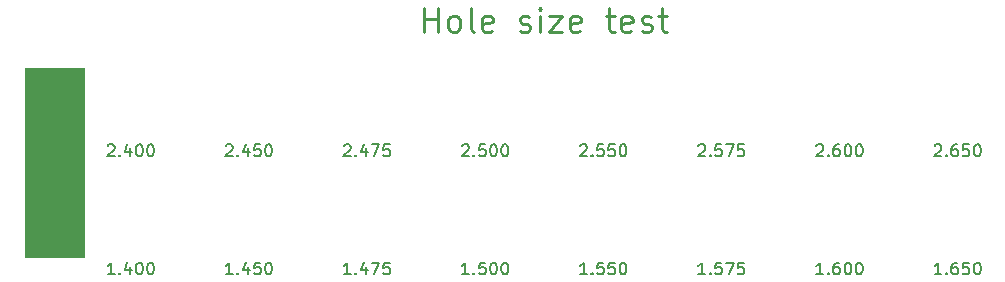
<source format=gto>
G04 #@! TF.GenerationSoftware,KiCad,Pcbnew,5.1.9+dfsg1-1+deb11u1*
G04 #@! TF.CreationDate,2023-07-17T20:14:54+09:00*
G04 #@! TF.ProjectId,hole-size-test,686f6c65-2d73-4697-9a65-2d746573742e,rev?*
G04 #@! TF.SameCoordinates,Original*
G04 #@! TF.FileFunction,Legend,Top*
G04 #@! TF.FilePolarity,Positive*
%FSLAX46Y46*%
G04 Gerber Fmt 4.6, Leading zero omitted, Abs format (unit mm)*
G04 Created by KiCad (PCBNEW 5.1.9+dfsg1-1+deb11u1) date 2023-07-17 20:14:54*
%MOMM*%
%LPD*%
G01*
G04 APERTURE LIST*
%ADD10C,0.150000*%
%ADD11C,0.250000*%
%ADD12C,0.100000*%
G04 APERTURE END LIST*
D10*
X98047619Y-84547619D02*
X98095238Y-84500000D01*
X98190476Y-84452380D01*
X98428571Y-84452380D01*
X98523809Y-84500000D01*
X98571428Y-84547619D01*
X98619047Y-84642857D01*
X98619047Y-84738095D01*
X98571428Y-84880952D01*
X98000000Y-85452380D01*
X98619047Y-85452380D01*
X99047619Y-85357142D02*
X99095238Y-85404761D01*
X99047619Y-85452380D01*
X99000000Y-85404761D01*
X99047619Y-85357142D01*
X99047619Y-85452380D01*
X99952380Y-84785714D02*
X99952380Y-85452380D01*
X99714285Y-84404761D02*
X99476190Y-85119047D01*
X100095238Y-85119047D01*
X100380952Y-84452380D02*
X101047619Y-84452380D01*
X100619047Y-85452380D01*
X101904761Y-84452380D02*
X101428571Y-84452380D01*
X101380952Y-84928571D01*
X101428571Y-84880952D01*
X101523809Y-84833333D01*
X101761904Y-84833333D01*
X101857142Y-84880952D01*
X101904761Y-84928571D01*
X101952380Y-85023809D01*
X101952380Y-85261904D01*
X101904761Y-85357142D01*
X101857142Y-85404761D01*
X101761904Y-85452380D01*
X101523809Y-85452380D01*
X101428571Y-85404761D01*
X101380952Y-85357142D01*
X88047619Y-84547619D02*
X88095238Y-84500000D01*
X88190476Y-84452380D01*
X88428571Y-84452380D01*
X88523809Y-84500000D01*
X88571428Y-84547619D01*
X88619047Y-84642857D01*
X88619047Y-84738095D01*
X88571428Y-84880952D01*
X88000000Y-85452380D01*
X88619047Y-85452380D01*
X89047619Y-85357142D02*
X89095238Y-85404761D01*
X89047619Y-85452380D01*
X89000000Y-85404761D01*
X89047619Y-85357142D01*
X89047619Y-85452380D01*
X89952380Y-84785714D02*
X89952380Y-85452380D01*
X89714285Y-84404761D02*
X89476190Y-85119047D01*
X90095238Y-85119047D01*
X90952380Y-84452380D02*
X90476190Y-84452380D01*
X90428571Y-84928571D01*
X90476190Y-84880952D01*
X90571428Y-84833333D01*
X90809523Y-84833333D01*
X90904761Y-84880952D01*
X90952380Y-84928571D01*
X91000000Y-85023809D01*
X91000000Y-85261904D01*
X90952380Y-85357142D01*
X90904761Y-85404761D01*
X90809523Y-85452380D01*
X90571428Y-85452380D01*
X90476190Y-85404761D01*
X90428571Y-85357142D01*
X91619047Y-84452380D02*
X91714285Y-84452380D01*
X91809523Y-84500000D01*
X91857142Y-84547619D01*
X91904761Y-84642857D01*
X91952380Y-84833333D01*
X91952380Y-85071428D01*
X91904761Y-85261904D01*
X91857142Y-85357142D01*
X91809523Y-85404761D01*
X91714285Y-85452380D01*
X91619047Y-85452380D01*
X91523809Y-85404761D01*
X91476190Y-85357142D01*
X91428571Y-85261904D01*
X91380952Y-85071428D01*
X91380952Y-84833333D01*
X91428571Y-84642857D01*
X91476190Y-84547619D01*
X91523809Y-84500000D01*
X91619047Y-84452380D01*
X78047619Y-84547619D02*
X78095238Y-84500000D01*
X78190476Y-84452380D01*
X78428571Y-84452380D01*
X78523809Y-84500000D01*
X78571428Y-84547619D01*
X78619047Y-84642857D01*
X78619047Y-84738095D01*
X78571428Y-84880952D01*
X78000000Y-85452380D01*
X78619047Y-85452380D01*
X79047619Y-85357142D02*
X79095238Y-85404761D01*
X79047619Y-85452380D01*
X79000000Y-85404761D01*
X79047619Y-85357142D01*
X79047619Y-85452380D01*
X79952380Y-84785714D02*
X79952380Y-85452380D01*
X79714285Y-84404761D02*
X79476190Y-85119047D01*
X80095238Y-85119047D01*
X80666666Y-84452380D02*
X80761904Y-84452380D01*
X80857142Y-84500000D01*
X80904761Y-84547619D01*
X80952380Y-84642857D01*
X81000000Y-84833333D01*
X81000000Y-85071428D01*
X80952380Y-85261904D01*
X80904761Y-85357142D01*
X80857142Y-85404761D01*
X80761904Y-85452380D01*
X80666666Y-85452380D01*
X80571428Y-85404761D01*
X80523809Y-85357142D01*
X80476190Y-85261904D01*
X80428571Y-85071428D01*
X80428571Y-84833333D01*
X80476190Y-84642857D01*
X80523809Y-84547619D01*
X80571428Y-84500000D01*
X80666666Y-84452380D01*
X81619047Y-84452380D02*
X81714285Y-84452380D01*
X81809523Y-84500000D01*
X81857142Y-84547619D01*
X81904761Y-84642857D01*
X81952380Y-84833333D01*
X81952380Y-85071428D01*
X81904761Y-85261904D01*
X81857142Y-85357142D01*
X81809523Y-85404761D01*
X81714285Y-85452380D01*
X81619047Y-85452380D01*
X81523809Y-85404761D01*
X81476190Y-85357142D01*
X81428571Y-85261904D01*
X81380952Y-85071428D01*
X81380952Y-84833333D01*
X81428571Y-84642857D01*
X81476190Y-84547619D01*
X81523809Y-84500000D01*
X81619047Y-84452380D01*
X148047619Y-84547619D02*
X148095238Y-84500000D01*
X148190476Y-84452380D01*
X148428571Y-84452380D01*
X148523809Y-84500000D01*
X148571428Y-84547619D01*
X148619047Y-84642857D01*
X148619047Y-84738095D01*
X148571428Y-84880952D01*
X148000000Y-85452380D01*
X148619047Y-85452380D01*
X149047619Y-85357142D02*
X149095238Y-85404761D01*
X149047619Y-85452380D01*
X149000000Y-85404761D01*
X149047619Y-85357142D01*
X149047619Y-85452380D01*
X149952380Y-84452380D02*
X149761904Y-84452380D01*
X149666666Y-84500000D01*
X149619047Y-84547619D01*
X149523809Y-84690476D01*
X149476190Y-84880952D01*
X149476190Y-85261904D01*
X149523809Y-85357142D01*
X149571428Y-85404761D01*
X149666666Y-85452380D01*
X149857142Y-85452380D01*
X149952380Y-85404761D01*
X150000000Y-85357142D01*
X150047619Y-85261904D01*
X150047619Y-85023809D01*
X150000000Y-84928571D01*
X149952380Y-84880952D01*
X149857142Y-84833333D01*
X149666666Y-84833333D01*
X149571428Y-84880952D01*
X149523809Y-84928571D01*
X149476190Y-85023809D01*
X150952380Y-84452380D02*
X150476190Y-84452380D01*
X150428571Y-84928571D01*
X150476190Y-84880952D01*
X150571428Y-84833333D01*
X150809523Y-84833333D01*
X150904761Y-84880952D01*
X150952380Y-84928571D01*
X151000000Y-85023809D01*
X151000000Y-85261904D01*
X150952380Y-85357142D01*
X150904761Y-85404761D01*
X150809523Y-85452380D01*
X150571428Y-85452380D01*
X150476190Y-85404761D01*
X150428571Y-85357142D01*
X151619047Y-84452380D02*
X151714285Y-84452380D01*
X151809523Y-84500000D01*
X151857142Y-84547619D01*
X151904761Y-84642857D01*
X151952380Y-84833333D01*
X151952380Y-85071428D01*
X151904761Y-85261904D01*
X151857142Y-85357142D01*
X151809523Y-85404761D01*
X151714285Y-85452380D01*
X151619047Y-85452380D01*
X151523809Y-85404761D01*
X151476190Y-85357142D01*
X151428571Y-85261904D01*
X151380952Y-85071428D01*
X151380952Y-84833333D01*
X151428571Y-84642857D01*
X151476190Y-84547619D01*
X151523809Y-84500000D01*
X151619047Y-84452380D01*
X138619047Y-95452380D02*
X138047619Y-95452380D01*
X138333333Y-95452380D02*
X138333333Y-94452380D01*
X138238095Y-94595238D01*
X138142857Y-94690476D01*
X138047619Y-94738095D01*
X139047619Y-95357142D02*
X139095238Y-95404761D01*
X139047619Y-95452380D01*
X139000000Y-95404761D01*
X139047619Y-95357142D01*
X139047619Y-95452380D01*
X139952380Y-94452380D02*
X139761904Y-94452380D01*
X139666666Y-94500000D01*
X139619047Y-94547619D01*
X139523809Y-94690476D01*
X139476190Y-94880952D01*
X139476190Y-95261904D01*
X139523809Y-95357142D01*
X139571428Y-95404761D01*
X139666666Y-95452380D01*
X139857142Y-95452380D01*
X139952380Y-95404761D01*
X140000000Y-95357142D01*
X140047619Y-95261904D01*
X140047619Y-95023809D01*
X140000000Y-94928571D01*
X139952380Y-94880952D01*
X139857142Y-94833333D01*
X139666666Y-94833333D01*
X139571428Y-94880952D01*
X139523809Y-94928571D01*
X139476190Y-95023809D01*
X140666666Y-94452380D02*
X140761904Y-94452380D01*
X140857142Y-94500000D01*
X140904761Y-94547619D01*
X140952380Y-94642857D01*
X141000000Y-94833333D01*
X141000000Y-95071428D01*
X140952380Y-95261904D01*
X140904761Y-95357142D01*
X140857142Y-95404761D01*
X140761904Y-95452380D01*
X140666666Y-95452380D01*
X140571428Y-95404761D01*
X140523809Y-95357142D01*
X140476190Y-95261904D01*
X140428571Y-95071428D01*
X140428571Y-94833333D01*
X140476190Y-94642857D01*
X140523809Y-94547619D01*
X140571428Y-94500000D01*
X140666666Y-94452380D01*
X141619047Y-94452380D02*
X141714285Y-94452380D01*
X141809523Y-94500000D01*
X141857142Y-94547619D01*
X141904761Y-94642857D01*
X141952380Y-94833333D01*
X141952380Y-95071428D01*
X141904761Y-95261904D01*
X141857142Y-95357142D01*
X141809523Y-95404761D01*
X141714285Y-95452380D01*
X141619047Y-95452380D01*
X141523809Y-95404761D01*
X141476190Y-95357142D01*
X141428571Y-95261904D01*
X141380952Y-95071428D01*
X141380952Y-94833333D01*
X141428571Y-94642857D01*
X141476190Y-94547619D01*
X141523809Y-94500000D01*
X141619047Y-94452380D01*
X118619047Y-95452380D02*
X118047619Y-95452380D01*
X118333333Y-95452380D02*
X118333333Y-94452380D01*
X118238095Y-94595238D01*
X118142857Y-94690476D01*
X118047619Y-94738095D01*
X119047619Y-95357142D02*
X119095238Y-95404761D01*
X119047619Y-95452380D01*
X119000000Y-95404761D01*
X119047619Y-95357142D01*
X119047619Y-95452380D01*
X120000000Y-94452380D02*
X119523809Y-94452380D01*
X119476190Y-94928571D01*
X119523809Y-94880952D01*
X119619047Y-94833333D01*
X119857142Y-94833333D01*
X119952380Y-94880952D01*
X120000000Y-94928571D01*
X120047619Y-95023809D01*
X120047619Y-95261904D01*
X120000000Y-95357142D01*
X119952380Y-95404761D01*
X119857142Y-95452380D01*
X119619047Y-95452380D01*
X119523809Y-95404761D01*
X119476190Y-95357142D01*
X120952380Y-94452380D02*
X120476190Y-94452380D01*
X120428571Y-94928571D01*
X120476190Y-94880952D01*
X120571428Y-94833333D01*
X120809523Y-94833333D01*
X120904761Y-94880952D01*
X120952380Y-94928571D01*
X121000000Y-95023809D01*
X121000000Y-95261904D01*
X120952380Y-95357142D01*
X120904761Y-95404761D01*
X120809523Y-95452380D01*
X120571428Y-95452380D01*
X120476190Y-95404761D01*
X120428571Y-95357142D01*
X121619047Y-94452380D02*
X121714285Y-94452380D01*
X121809523Y-94500000D01*
X121857142Y-94547619D01*
X121904761Y-94642857D01*
X121952380Y-94833333D01*
X121952380Y-95071428D01*
X121904761Y-95261904D01*
X121857142Y-95357142D01*
X121809523Y-95404761D01*
X121714285Y-95452380D01*
X121619047Y-95452380D01*
X121523809Y-95404761D01*
X121476190Y-95357142D01*
X121428571Y-95261904D01*
X121380952Y-95071428D01*
X121380952Y-94833333D01*
X121428571Y-94642857D01*
X121476190Y-94547619D01*
X121523809Y-94500000D01*
X121619047Y-94452380D01*
X108619047Y-95452380D02*
X108047619Y-95452380D01*
X108333333Y-95452380D02*
X108333333Y-94452380D01*
X108238095Y-94595238D01*
X108142857Y-94690476D01*
X108047619Y-94738095D01*
X109047619Y-95357142D02*
X109095238Y-95404761D01*
X109047619Y-95452380D01*
X109000000Y-95404761D01*
X109047619Y-95357142D01*
X109047619Y-95452380D01*
X110000000Y-94452380D02*
X109523809Y-94452380D01*
X109476190Y-94928571D01*
X109523809Y-94880952D01*
X109619047Y-94833333D01*
X109857142Y-94833333D01*
X109952380Y-94880952D01*
X110000000Y-94928571D01*
X110047619Y-95023809D01*
X110047619Y-95261904D01*
X110000000Y-95357142D01*
X109952380Y-95404761D01*
X109857142Y-95452380D01*
X109619047Y-95452380D01*
X109523809Y-95404761D01*
X109476190Y-95357142D01*
X110666666Y-94452380D02*
X110761904Y-94452380D01*
X110857142Y-94500000D01*
X110904761Y-94547619D01*
X110952380Y-94642857D01*
X111000000Y-94833333D01*
X111000000Y-95071428D01*
X110952380Y-95261904D01*
X110904761Y-95357142D01*
X110857142Y-95404761D01*
X110761904Y-95452380D01*
X110666666Y-95452380D01*
X110571428Y-95404761D01*
X110523809Y-95357142D01*
X110476190Y-95261904D01*
X110428571Y-95071428D01*
X110428571Y-94833333D01*
X110476190Y-94642857D01*
X110523809Y-94547619D01*
X110571428Y-94500000D01*
X110666666Y-94452380D01*
X111619047Y-94452380D02*
X111714285Y-94452380D01*
X111809523Y-94500000D01*
X111857142Y-94547619D01*
X111904761Y-94642857D01*
X111952380Y-94833333D01*
X111952380Y-95071428D01*
X111904761Y-95261904D01*
X111857142Y-95357142D01*
X111809523Y-95404761D01*
X111714285Y-95452380D01*
X111619047Y-95452380D01*
X111523809Y-95404761D01*
X111476190Y-95357142D01*
X111428571Y-95261904D01*
X111380952Y-95071428D01*
X111380952Y-94833333D01*
X111428571Y-94642857D01*
X111476190Y-94547619D01*
X111523809Y-94500000D01*
X111619047Y-94452380D01*
X98619047Y-95452380D02*
X98047619Y-95452380D01*
X98333333Y-95452380D02*
X98333333Y-94452380D01*
X98238095Y-94595238D01*
X98142857Y-94690476D01*
X98047619Y-94738095D01*
X99047619Y-95357142D02*
X99095238Y-95404761D01*
X99047619Y-95452380D01*
X99000000Y-95404761D01*
X99047619Y-95357142D01*
X99047619Y-95452380D01*
X99952380Y-94785714D02*
X99952380Y-95452380D01*
X99714285Y-94404761D02*
X99476190Y-95119047D01*
X100095238Y-95119047D01*
X100380952Y-94452380D02*
X101047619Y-94452380D01*
X100619047Y-95452380D01*
X101904761Y-94452380D02*
X101428571Y-94452380D01*
X101380952Y-94928571D01*
X101428571Y-94880952D01*
X101523809Y-94833333D01*
X101761904Y-94833333D01*
X101857142Y-94880952D01*
X101904761Y-94928571D01*
X101952380Y-95023809D01*
X101952380Y-95261904D01*
X101904761Y-95357142D01*
X101857142Y-95404761D01*
X101761904Y-95452380D01*
X101523809Y-95452380D01*
X101428571Y-95404761D01*
X101380952Y-95357142D01*
X88619047Y-95452380D02*
X88047619Y-95452380D01*
X88333333Y-95452380D02*
X88333333Y-94452380D01*
X88238095Y-94595238D01*
X88142857Y-94690476D01*
X88047619Y-94738095D01*
X89047619Y-95357142D02*
X89095238Y-95404761D01*
X89047619Y-95452380D01*
X89000000Y-95404761D01*
X89047619Y-95357142D01*
X89047619Y-95452380D01*
X89952380Y-94785714D02*
X89952380Y-95452380D01*
X89714285Y-94404761D02*
X89476190Y-95119047D01*
X90095238Y-95119047D01*
X90952380Y-94452380D02*
X90476190Y-94452380D01*
X90428571Y-94928571D01*
X90476190Y-94880952D01*
X90571428Y-94833333D01*
X90809523Y-94833333D01*
X90904761Y-94880952D01*
X90952380Y-94928571D01*
X91000000Y-95023809D01*
X91000000Y-95261904D01*
X90952380Y-95357142D01*
X90904761Y-95404761D01*
X90809523Y-95452380D01*
X90571428Y-95452380D01*
X90476190Y-95404761D01*
X90428571Y-95357142D01*
X91619047Y-94452380D02*
X91714285Y-94452380D01*
X91809523Y-94500000D01*
X91857142Y-94547619D01*
X91904761Y-94642857D01*
X91952380Y-94833333D01*
X91952380Y-95071428D01*
X91904761Y-95261904D01*
X91857142Y-95357142D01*
X91809523Y-95404761D01*
X91714285Y-95452380D01*
X91619047Y-95452380D01*
X91523809Y-95404761D01*
X91476190Y-95357142D01*
X91428571Y-95261904D01*
X91380952Y-95071428D01*
X91380952Y-94833333D01*
X91428571Y-94642857D01*
X91476190Y-94547619D01*
X91523809Y-94500000D01*
X91619047Y-94452380D01*
X78619047Y-95452380D02*
X78047619Y-95452380D01*
X78333333Y-95452380D02*
X78333333Y-94452380D01*
X78238095Y-94595238D01*
X78142857Y-94690476D01*
X78047619Y-94738095D01*
X79047619Y-95357142D02*
X79095238Y-95404761D01*
X79047619Y-95452380D01*
X79000000Y-95404761D01*
X79047619Y-95357142D01*
X79047619Y-95452380D01*
X79952380Y-94785714D02*
X79952380Y-95452380D01*
X79714285Y-94404761D02*
X79476190Y-95119047D01*
X80095238Y-95119047D01*
X80666666Y-94452380D02*
X80761904Y-94452380D01*
X80857142Y-94500000D01*
X80904761Y-94547619D01*
X80952380Y-94642857D01*
X81000000Y-94833333D01*
X81000000Y-95071428D01*
X80952380Y-95261904D01*
X80904761Y-95357142D01*
X80857142Y-95404761D01*
X80761904Y-95452380D01*
X80666666Y-95452380D01*
X80571428Y-95404761D01*
X80523809Y-95357142D01*
X80476190Y-95261904D01*
X80428571Y-95071428D01*
X80428571Y-94833333D01*
X80476190Y-94642857D01*
X80523809Y-94547619D01*
X80571428Y-94500000D01*
X80666666Y-94452380D01*
X81619047Y-94452380D02*
X81714285Y-94452380D01*
X81809523Y-94500000D01*
X81857142Y-94547619D01*
X81904761Y-94642857D01*
X81952380Y-94833333D01*
X81952380Y-95071428D01*
X81904761Y-95261904D01*
X81857142Y-95357142D01*
X81809523Y-95404761D01*
X81714285Y-95452380D01*
X81619047Y-95452380D01*
X81523809Y-95404761D01*
X81476190Y-95357142D01*
X81428571Y-95261904D01*
X81380952Y-95071428D01*
X81380952Y-94833333D01*
X81428571Y-94642857D01*
X81476190Y-94547619D01*
X81523809Y-94500000D01*
X81619047Y-94452380D01*
X148619047Y-95452380D02*
X148047619Y-95452380D01*
X148333333Y-95452380D02*
X148333333Y-94452380D01*
X148238095Y-94595238D01*
X148142857Y-94690476D01*
X148047619Y-94738095D01*
X149047619Y-95357142D02*
X149095238Y-95404761D01*
X149047619Y-95452380D01*
X149000000Y-95404761D01*
X149047619Y-95357142D01*
X149047619Y-95452380D01*
X149952380Y-94452380D02*
X149761904Y-94452380D01*
X149666666Y-94500000D01*
X149619047Y-94547619D01*
X149523809Y-94690476D01*
X149476190Y-94880952D01*
X149476190Y-95261904D01*
X149523809Y-95357142D01*
X149571428Y-95404761D01*
X149666666Y-95452380D01*
X149857142Y-95452380D01*
X149952380Y-95404761D01*
X150000000Y-95357142D01*
X150047619Y-95261904D01*
X150047619Y-95023809D01*
X150000000Y-94928571D01*
X149952380Y-94880952D01*
X149857142Y-94833333D01*
X149666666Y-94833333D01*
X149571428Y-94880952D01*
X149523809Y-94928571D01*
X149476190Y-95023809D01*
X150952380Y-94452380D02*
X150476190Y-94452380D01*
X150428571Y-94928571D01*
X150476190Y-94880952D01*
X150571428Y-94833333D01*
X150809523Y-94833333D01*
X150904761Y-94880952D01*
X150952380Y-94928571D01*
X151000000Y-95023809D01*
X151000000Y-95261904D01*
X150952380Y-95357142D01*
X150904761Y-95404761D01*
X150809523Y-95452380D01*
X150571428Y-95452380D01*
X150476190Y-95404761D01*
X150428571Y-95357142D01*
X151619047Y-94452380D02*
X151714285Y-94452380D01*
X151809523Y-94500000D01*
X151857142Y-94547619D01*
X151904761Y-94642857D01*
X151952380Y-94833333D01*
X151952380Y-95071428D01*
X151904761Y-95261904D01*
X151857142Y-95357142D01*
X151809523Y-95404761D01*
X151714285Y-95452380D01*
X151619047Y-95452380D01*
X151523809Y-95404761D01*
X151476190Y-95357142D01*
X151428571Y-95261904D01*
X151380952Y-95071428D01*
X151380952Y-94833333D01*
X151428571Y-94642857D01*
X151476190Y-94547619D01*
X151523809Y-94500000D01*
X151619047Y-94452380D01*
X128619047Y-95452380D02*
X128047619Y-95452380D01*
X128333333Y-95452380D02*
X128333333Y-94452380D01*
X128238095Y-94595238D01*
X128142857Y-94690476D01*
X128047619Y-94738095D01*
X129047619Y-95357142D02*
X129095238Y-95404761D01*
X129047619Y-95452380D01*
X129000000Y-95404761D01*
X129047619Y-95357142D01*
X129047619Y-95452380D01*
X130000000Y-94452380D02*
X129523809Y-94452380D01*
X129476190Y-94928571D01*
X129523809Y-94880952D01*
X129619047Y-94833333D01*
X129857142Y-94833333D01*
X129952380Y-94880952D01*
X130000000Y-94928571D01*
X130047619Y-95023809D01*
X130047619Y-95261904D01*
X130000000Y-95357142D01*
X129952380Y-95404761D01*
X129857142Y-95452380D01*
X129619047Y-95452380D01*
X129523809Y-95404761D01*
X129476190Y-95357142D01*
X130380952Y-94452380D02*
X131047619Y-94452380D01*
X130619047Y-95452380D01*
X131904761Y-94452380D02*
X131428571Y-94452380D01*
X131380952Y-94928571D01*
X131428571Y-94880952D01*
X131523809Y-94833333D01*
X131761904Y-94833333D01*
X131857142Y-94880952D01*
X131904761Y-94928571D01*
X131952380Y-95023809D01*
X131952380Y-95261904D01*
X131904761Y-95357142D01*
X131857142Y-95404761D01*
X131761904Y-95452380D01*
X131523809Y-95452380D01*
X131428571Y-95404761D01*
X131380952Y-95357142D01*
D11*
X104857142Y-74904761D02*
X104857142Y-72904761D01*
X104857142Y-73857142D02*
X106000000Y-73857142D01*
X106000000Y-74904761D02*
X106000000Y-72904761D01*
X107238095Y-74904761D02*
X107047619Y-74809523D01*
X106952380Y-74714285D01*
X106857142Y-74523809D01*
X106857142Y-73952380D01*
X106952380Y-73761904D01*
X107047619Y-73666666D01*
X107238095Y-73571428D01*
X107523809Y-73571428D01*
X107714285Y-73666666D01*
X107809523Y-73761904D01*
X107904761Y-73952380D01*
X107904761Y-74523809D01*
X107809523Y-74714285D01*
X107714285Y-74809523D01*
X107523809Y-74904761D01*
X107238095Y-74904761D01*
X109047619Y-74904761D02*
X108857142Y-74809523D01*
X108761904Y-74619047D01*
X108761904Y-72904761D01*
X110571428Y-74809523D02*
X110380952Y-74904761D01*
X110000000Y-74904761D01*
X109809523Y-74809523D01*
X109714285Y-74619047D01*
X109714285Y-73857142D01*
X109809523Y-73666666D01*
X110000000Y-73571428D01*
X110380952Y-73571428D01*
X110571428Y-73666666D01*
X110666666Y-73857142D01*
X110666666Y-74047619D01*
X109714285Y-74238095D01*
X112952380Y-74809523D02*
X113142857Y-74904761D01*
X113523809Y-74904761D01*
X113714285Y-74809523D01*
X113809523Y-74619047D01*
X113809523Y-74523809D01*
X113714285Y-74333333D01*
X113523809Y-74238095D01*
X113238095Y-74238095D01*
X113047619Y-74142857D01*
X112952380Y-73952380D01*
X112952380Y-73857142D01*
X113047619Y-73666666D01*
X113238095Y-73571428D01*
X113523809Y-73571428D01*
X113714285Y-73666666D01*
X114666666Y-74904761D02*
X114666666Y-73571428D01*
X114666666Y-72904761D02*
X114571428Y-73000000D01*
X114666666Y-73095238D01*
X114761904Y-73000000D01*
X114666666Y-72904761D01*
X114666666Y-73095238D01*
X115428571Y-73571428D02*
X116476190Y-73571428D01*
X115428571Y-74904761D01*
X116476190Y-74904761D01*
X118000000Y-74809523D02*
X117809523Y-74904761D01*
X117428571Y-74904761D01*
X117238095Y-74809523D01*
X117142857Y-74619047D01*
X117142857Y-73857142D01*
X117238095Y-73666666D01*
X117428571Y-73571428D01*
X117809523Y-73571428D01*
X118000000Y-73666666D01*
X118095238Y-73857142D01*
X118095238Y-74047619D01*
X117142857Y-74238095D01*
X120190476Y-73571428D02*
X120952380Y-73571428D01*
X120476190Y-72904761D02*
X120476190Y-74619047D01*
X120571428Y-74809523D01*
X120761904Y-74904761D01*
X120952380Y-74904761D01*
X122380952Y-74809523D02*
X122190476Y-74904761D01*
X121809523Y-74904761D01*
X121619047Y-74809523D01*
X121523809Y-74619047D01*
X121523809Y-73857142D01*
X121619047Y-73666666D01*
X121809523Y-73571428D01*
X122190476Y-73571428D01*
X122380952Y-73666666D01*
X122476190Y-73857142D01*
X122476190Y-74047619D01*
X121523809Y-74238095D01*
X123238095Y-74809523D02*
X123428571Y-74904761D01*
X123809523Y-74904761D01*
X124000000Y-74809523D01*
X124095238Y-74619047D01*
X124095238Y-74523809D01*
X124000000Y-74333333D01*
X123809523Y-74238095D01*
X123523809Y-74238095D01*
X123333333Y-74142857D01*
X123238095Y-73952380D01*
X123238095Y-73857142D01*
X123333333Y-73666666D01*
X123523809Y-73571428D01*
X123809523Y-73571428D01*
X124000000Y-73666666D01*
X124666666Y-73571428D02*
X125428571Y-73571428D01*
X124952380Y-72904761D02*
X124952380Y-74619047D01*
X125047619Y-74809523D01*
X125238095Y-74904761D01*
X125428571Y-74904761D01*
D10*
X138047619Y-84547619D02*
X138095238Y-84500000D01*
X138190476Y-84452380D01*
X138428571Y-84452380D01*
X138523809Y-84500000D01*
X138571428Y-84547619D01*
X138619047Y-84642857D01*
X138619047Y-84738095D01*
X138571428Y-84880952D01*
X138000000Y-85452380D01*
X138619047Y-85452380D01*
X139047619Y-85357142D02*
X139095238Y-85404761D01*
X139047619Y-85452380D01*
X139000000Y-85404761D01*
X139047619Y-85357142D01*
X139047619Y-85452380D01*
X139952380Y-84452380D02*
X139761904Y-84452380D01*
X139666666Y-84500000D01*
X139619047Y-84547619D01*
X139523809Y-84690476D01*
X139476190Y-84880952D01*
X139476190Y-85261904D01*
X139523809Y-85357142D01*
X139571428Y-85404761D01*
X139666666Y-85452380D01*
X139857142Y-85452380D01*
X139952380Y-85404761D01*
X140000000Y-85357142D01*
X140047619Y-85261904D01*
X140047619Y-85023809D01*
X140000000Y-84928571D01*
X139952380Y-84880952D01*
X139857142Y-84833333D01*
X139666666Y-84833333D01*
X139571428Y-84880952D01*
X139523809Y-84928571D01*
X139476190Y-85023809D01*
X140666666Y-84452380D02*
X140761904Y-84452380D01*
X140857142Y-84500000D01*
X140904761Y-84547619D01*
X140952380Y-84642857D01*
X141000000Y-84833333D01*
X141000000Y-85071428D01*
X140952380Y-85261904D01*
X140904761Y-85357142D01*
X140857142Y-85404761D01*
X140761904Y-85452380D01*
X140666666Y-85452380D01*
X140571428Y-85404761D01*
X140523809Y-85357142D01*
X140476190Y-85261904D01*
X140428571Y-85071428D01*
X140428571Y-84833333D01*
X140476190Y-84642857D01*
X140523809Y-84547619D01*
X140571428Y-84500000D01*
X140666666Y-84452380D01*
X141619047Y-84452380D02*
X141714285Y-84452380D01*
X141809523Y-84500000D01*
X141857142Y-84547619D01*
X141904761Y-84642857D01*
X141952380Y-84833333D01*
X141952380Y-85071428D01*
X141904761Y-85261904D01*
X141857142Y-85357142D01*
X141809523Y-85404761D01*
X141714285Y-85452380D01*
X141619047Y-85452380D01*
X141523809Y-85404761D01*
X141476190Y-85357142D01*
X141428571Y-85261904D01*
X141380952Y-85071428D01*
X141380952Y-84833333D01*
X141428571Y-84642857D01*
X141476190Y-84547619D01*
X141523809Y-84500000D01*
X141619047Y-84452380D01*
X128047619Y-84547619D02*
X128095238Y-84500000D01*
X128190476Y-84452380D01*
X128428571Y-84452380D01*
X128523809Y-84500000D01*
X128571428Y-84547619D01*
X128619047Y-84642857D01*
X128619047Y-84738095D01*
X128571428Y-84880952D01*
X128000000Y-85452380D01*
X128619047Y-85452380D01*
X129047619Y-85357142D02*
X129095238Y-85404761D01*
X129047619Y-85452380D01*
X129000000Y-85404761D01*
X129047619Y-85357142D01*
X129047619Y-85452380D01*
X130000000Y-84452380D02*
X129523809Y-84452380D01*
X129476190Y-84928571D01*
X129523809Y-84880952D01*
X129619047Y-84833333D01*
X129857142Y-84833333D01*
X129952380Y-84880952D01*
X130000000Y-84928571D01*
X130047619Y-85023809D01*
X130047619Y-85261904D01*
X130000000Y-85357142D01*
X129952380Y-85404761D01*
X129857142Y-85452380D01*
X129619047Y-85452380D01*
X129523809Y-85404761D01*
X129476190Y-85357142D01*
X130380952Y-84452380D02*
X131047619Y-84452380D01*
X130619047Y-85452380D01*
X131904761Y-84452380D02*
X131428571Y-84452380D01*
X131380952Y-84928571D01*
X131428571Y-84880952D01*
X131523809Y-84833333D01*
X131761904Y-84833333D01*
X131857142Y-84880952D01*
X131904761Y-84928571D01*
X131952380Y-85023809D01*
X131952380Y-85261904D01*
X131904761Y-85357142D01*
X131857142Y-85404761D01*
X131761904Y-85452380D01*
X131523809Y-85452380D01*
X131428571Y-85404761D01*
X131380952Y-85357142D01*
X118047619Y-84547619D02*
X118095238Y-84500000D01*
X118190476Y-84452380D01*
X118428571Y-84452380D01*
X118523809Y-84500000D01*
X118571428Y-84547619D01*
X118619047Y-84642857D01*
X118619047Y-84738095D01*
X118571428Y-84880952D01*
X118000000Y-85452380D01*
X118619047Y-85452380D01*
X119047619Y-85357142D02*
X119095238Y-85404761D01*
X119047619Y-85452380D01*
X119000000Y-85404761D01*
X119047619Y-85357142D01*
X119047619Y-85452380D01*
X120000000Y-84452380D02*
X119523809Y-84452380D01*
X119476190Y-84928571D01*
X119523809Y-84880952D01*
X119619047Y-84833333D01*
X119857142Y-84833333D01*
X119952380Y-84880952D01*
X120000000Y-84928571D01*
X120047619Y-85023809D01*
X120047619Y-85261904D01*
X120000000Y-85357142D01*
X119952380Y-85404761D01*
X119857142Y-85452380D01*
X119619047Y-85452380D01*
X119523809Y-85404761D01*
X119476190Y-85357142D01*
X120952380Y-84452380D02*
X120476190Y-84452380D01*
X120428571Y-84928571D01*
X120476190Y-84880952D01*
X120571428Y-84833333D01*
X120809523Y-84833333D01*
X120904761Y-84880952D01*
X120952380Y-84928571D01*
X121000000Y-85023809D01*
X121000000Y-85261904D01*
X120952380Y-85357142D01*
X120904761Y-85404761D01*
X120809523Y-85452380D01*
X120571428Y-85452380D01*
X120476190Y-85404761D01*
X120428571Y-85357142D01*
X121619047Y-84452380D02*
X121714285Y-84452380D01*
X121809523Y-84500000D01*
X121857142Y-84547619D01*
X121904761Y-84642857D01*
X121952380Y-84833333D01*
X121952380Y-85071428D01*
X121904761Y-85261904D01*
X121857142Y-85357142D01*
X121809523Y-85404761D01*
X121714285Y-85452380D01*
X121619047Y-85452380D01*
X121523809Y-85404761D01*
X121476190Y-85357142D01*
X121428571Y-85261904D01*
X121380952Y-85071428D01*
X121380952Y-84833333D01*
X121428571Y-84642857D01*
X121476190Y-84547619D01*
X121523809Y-84500000D01*
X121619047Y-84452380D01*
X108047619Y-84547619D02*
X108095238Y-84500000D01*
X108190476Y-84452380D01*
X108428571Y-84452380D01*
X108523809Y-84500000D01*
X108571428Y-84547619D01*
X108619047Y-84642857D01*
X108619047Y-84738095D01*
X108571428Y-84880952D01*
X108000000Y-85452380D01*
X108619047Y-85452380D01*
X109047619Y-85357142D02*
X109095238Y-85404761D01*
X109047619Y-85452380D01*
X109000000Y-85404761D01*
X109047619Y-85357142D01*
X109047619Y-85452380D01*
X110000000Y-84452380D02*
X109523809Y-84452380D01*
X109476190Y-84928571D01*
X109523809Y-84880952D01*
X109619047Y-84833333D01*
X109857142Y-84833333D01*
X109952380Y-84880952D01*
X110000000Y-84928571D01*
X110047619Y-85023809D01*
X110047619Y-85261904D01*
X110000000Y-85357142D01*
X109952380Y-85404761D01*
X109857142Y-85452380D01*
X109619047Y-85452380D01*
X109523809Y-85404761D01*
X109476190Y-85357142D01*
X110666666Y-84452380D02*
X110761904Y-84452380D01*
X110857142Y-84500000D01*
X110904761Y-84547619D01*
X110952380Y-84642857D01*
X111000000Y-84833333D01*
X111000000Y-85071428D01*
X110952380Y-85261904D01*
X110904761Y-85357142D01*
X110857142Y-85404761D01*
X110761904Y-85452380D01*
X110666666Y-85452380D01*
X110571428Y-85404761D01*
X110523809Y-85357142D01*
X110476190Y-85261904D01*
X110428571Y-85071428D01*
X110428571Y-84833333D01*
X110476190Y-84642857D01*
X110523809Y-84547619D01*
X110571428Y-84500000D01*
X110666666Y-84452380D01*
X111619047Y-84452380D02*
X111714285Y-84452380D01*
X111809523Y-84500000D01*
X111857142Y-84547619D01*
X111904761Y-84642857D01*
X111952380Y-84833333D01*
X111952380Y-85071428D01*
X111904761Y-85261904D01*
X111857142Y-85357142D01*
X111809523Y-85404761D01*
X111714285Y-85452380D01*
X111619047Y-85452380D01*
X111523809Y-85404761D01*
X111476190Y-85357142D01*
X111428571Y-85261904D01*
X111380952Y-85071428D01*
X111380952Y-84833333D01*
X111428571Y-84642857D01*
X111476190Y-84547619D01*
X111523809Y-84500000D01*
X111619047Y-84452380D01*
D12*
G36*
X76000000Y-94000000D02*
G01*
X71000000Y-94000000D01*
X71000000Y-78000000D01*
X76000000Y-78000000D01*
X76000000Y-94000000D01*
G37*
X76000000Y-94000000D02*
X71000000Y-94000000D01*
X71000000Y-78000000D01*
X76000000Y-78000000D01*
X76000000Y-94000000D01*
%LPC*%
M02*

</source>
